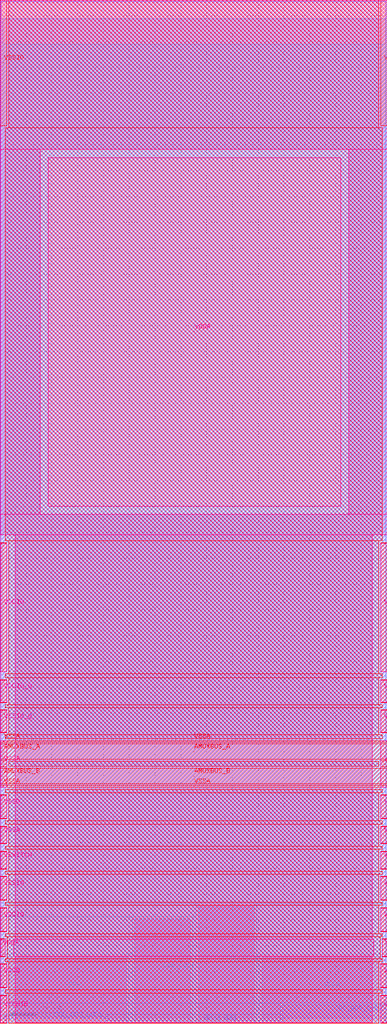
<source format=lef>
VERSION 5.7 ;
  NOWIREEXTENSIONATPIN ON ;
  DIVIDERCHAR "/" ;
  BUSBITCHARS "[]" ;
MACRO sky130_ef_io__vdda_lvc_pad
  CLASS PAD POWER ;
  FOREIGN sky130_ef_io__vdda_lvc_pad ;
  ORIGIN 0.000 0.000 ;
  SIZE 75.000 BY 197.965 ;
  PIN AMUXBUS_A
    DIRECTION INOUT ;
    USE SIGNAL ;
    PORT
      LAYER met4 ;
        RECT 0.000 51.090 75.000 54.070 ;
    END
    PORT
      LAYER met4 ;
        RECT 0.000 51.090 1.270 54.070 ;
    END
  END AMUXBUS_A
  PIN AMUXBUS_B
    DIRECTION INOUT ;
    USE SIGNAL ;
    PORT
      LAYER met4 ;
        RECT 0.000 46.330 75.000 49.310 ;
    END
    PORT
      LAYER met4 ;
        RECT 0.000 46.330 1.270 49.310 ;
    END
  END AMUXBUS_B
  PIN DRN_LVC1
    ANTENNADIFFAREA 6.889900 ;
    DIRECTION INOUT ;
    USE POWER ;
    PORT
      LAYER met3 ;
        RECT 26.000 -0.035 36.880 20.185 ;
    END
  END DRN_LVC1
  PIN DRN_LVC2
    ANTENNADIFFAREA 3.870900 ;
    DIRECTION INOUT ;
    USE POWER ;
    PORT
      LAYER met3 ;
        RECT 38.380 -0.035 49.255 22.865 ;
    END
  END DRN_LVC2
  PIN SRC_BDY_LVC1
    DIRECTION INOUT ;
    USE GROUND ;
    PORT
      LAYER met2 ;
        RECT 0.500 -0.035 20.495 1.450 ;
    END
  END SRC_BDY_LVC1
  PIN SRC_BDY_LVC2
    DIRECTION INOUT ;
    USE GROUND ;
    PORT
      LAYER met2 ;
        RECT 54.715 -0.035 74.700 3.625 ;
    END
  END SRC_BDY_LVC2
  PIN BDY2_B2B
    DIRECTION INOUT ;
    USE GROUND ;
    PORT
      LAYER met2 ;
        RECT 34.440 -0.035 44.440 0.290 ;
    END
  END BDY2_B2B
  PIN VSSA
    DIRECTION INOUT ;
    USE GROUND ;
    PORT
      LAYER met5 ;
        RECT 73.730 45.700 75.000 54.700 ;
    END
    PORT
      LAYER met5 ;
        RECT 73.730 34.805 75.000 38.050 ;
    END
    PORT
      LAYER met5 ;
        RECT 0.000 45.700 1.270 54.700 ;
    END
    PORT
      LAYER met5 ;
        RECT 0.000 34.805 1.270 38.050 ;
    END
    PORT
      LAYER met4 ;
        RECT 73.730 49.610 75.000 50.790 ;
    END
    PORT
      LAYER met4 ;
        RECT 0.000 54.370 75.000 54.700 ;
    END
    PORT
      LAYER met4 ;
        RECT 0.000 45.700 75.000 46.030 ;
    END
    PORT
      LAYER met4 ;
        RECT 73.730 34.700 75.000 38.150 ;
    END
    PORT
      LAYER met4 ;
        RECT 0.000 45.700 1.270 46.030 ;
    END
    PORT
      LAYER met4 ;
        RECT 0.000 49.610 1.270 50.790 ;
    END
    PORT
      LAYER met4 ;
        RECT 0.000 54.370 1.270 54.700 ;
    END
    PORT
      LAYER met4 ;
        RECT 0.000 34.700 1.270 38.150 ;
    END
  END VSSA
  PIN VDDA
    DIRECTION INOUT ;
    USE POWER ;
    PORT
      LAYER met3 ;
        RECT 50.755 -0.035 74.700 12.925 ;
    END
    PORT
      LAYER met3 ;
        RECT 0.500 -0.035 24.500 12.925 ;
    END
    PORT
      LAYER met5 ;
        RECT 74.035 13.000 75.000 16.250 ;
    END
    PORT
      LAYER met5 ;
        RECT 0.000 13.000 0.965 16.250 ;
    END
    PORT
      LAYER met4 ;
        RECT 74.035 12.900 75.000 16.350 ;
    END
    PORT
      LAYER met4 ;
        RECT 0.000 12.900 0.965 16.350 ;
    END
    PORT
      LAYER met5 ;
        RECT 9.315 100.105 65.955 167.535 ;
    END
  END VDDA
  PIN VSWITCH
    DIRECTION INOUT ;
    USE POWER ;
    PORT
      LAYER met5 ;
        RECT 73.730 29.950 75.000 33.200 ;
    END
    PORT
      LAYER met5 ;
        RECT 0.000 29.950 1.270 33.200 ;
    END
    PORT
      LAYER met4 ;
        RECT 73.730 29.850 75.000 33.300 ;
    END
    PORT
      LAYER met4 ;
        RECT 0.000 29.850 1.270 33.300 ;
    END
  END VSWITCH
  PIN VDDIO_Q
    DIRECTION INOUT ;
    USE POWER ;
    PORT
      LAYER met5 ;
        RECT 73.730 62.150 75.000 66.400 ;
    END
    PORT
      LAYER met5 ;
        RECT 0.000 62.150 1.270 66.400 ;
    END
    PORT
      LAYER met4 ;
        RECT 73.730 62.050 75.000 66.500 ;
    END
    PORT
      LAYER met4 ;
        RECT 0.000 62.050 1.270 66.500 ;
    END
  END VDDIO_Q
  PIN VCCHIB
    DIRECTION INOUT ;
    USE POWER ;
    PORT
      LAYER met5 ;
        RECT 73.730 0.100 75.000 5.350 ;
    END
    PORT
      LAYER met5 ;
        RECT 0.000 0.100 1.270 5.350 ;
    END
    PORT
      LAYER met4 ;
        RECT 73.730 0.000 75.000 5.450 ;
    END
    PORT
      LAYER met4 ;
        RECT 0.000 0.000 1.270 5.450 ;
    END
  END VCCHIB
  PIN VDDIO
    DIRECTION INOUT ;
    USE POWER ;
    PORT
      LAYER met5 ;
        RECT 73.730 68.000 75.000 92.950 ;
    END
    PORT
      LAYER met5 ;
        RECT 73.730 17.850 75.000 22.300 ;
    END
    PORT
      LAYER met5 ;
        RECT 0.000 68.000 1.270 92.950 ;
    END
    PORT
      LAYER met5 ;
        RECT 0.000 17.850 1.270 22.300 ;
    END
    PORT
      LAYER met4 ;
        RECT 73.730 17.750 75.000 22.400 ;
    END
    PORT
      LAYER met4 ;
        RECT 73.730 68.000 75.000 92.965 ;
    END
    PORT
      LAYER met4 ;
        RECT 0.000 17.750 1.270 22.400 ;
    END
    PORT
      LAYER met4 ;
        RECT 0.000 68.000 1.270 92.965 ;
    END
  END VDDIO
  PIN VCCD
    DIRECTION INOUT ;
    USE POWER ;
    PORT
      LAYER met5 ;
        RECT 73.730 6.950 75.000 11.400 ;
    END
    PORT
      LAYER met5 ;
        RECT 0.000 6.950 1.270 11.400 ;
    END
    PORT
      LAYER met4 ;
        RECT 73.730 6.850 75.000 11.500 ;
    END
    PORT
      LAYER met4 ;
        RECT 0.000 6.850 1.270 11.500 ;
    END
  END VCCD
  PIN VSSIO
    DIRECTION INOUT ;
    USE GROUND ;
    PORT
      LAYER met5 ;
        RECT 73.730 23.900 75.000 28.350 ;
    END
    PORT
      LAYER met5 ;
        RECT 0.000 23.900 1.270 28.350 ;
    END
    PORT
      LAYER met4 ;
        RECT 73.730 23.800 75.000 28.450 ;
    END
    PORT
      LAYER met4 ;
        RECT 73.730 173.750 75.000 197.965 ;
    END
    PORT
      LAYER met4 ;
        RECT 0.000 173.750 1.270 197.965 ;
    END
    PORT
      LAYER met4 ;
        RECT 0.000 23.800 1.270 28.450 ;
    END
  END VSSIO
  PIN VSSD
    DIRECTION INOUT ;
    USE GROUND ;
    PORT
      LAYER met5 ;
        RECT 73.730 39.650 75.000 44.100 ;
    END
    PORT
      LAYER met5 ;
        RECT 0.000 39.650 1.270 44.100 ;
    END
    PORT
      LAYER met4 ;
        RECT 73.730 39.550 75.000 44.200 ;
    END
    PORT
      LAYER met4 ;
        RECT 0.000 39.550 1.270 44.200 ;
    END
  END VSSD
  PIN VSSIO_Q
    DIRECTION INOUT ;
    USE GROUND ;
    PORT
      LAYER met5 ;
        RECT 73.730 56.300 75.000 60.550 ;
    END
    PORT
      LAYER met5 ;
        RECT 0.000 56.300 1.270 60.550 ;
    END
    PORT
      LAYER met4 ;
        RECT 73.730 56.200 75.000 60.650 ;
    END
    PORT
      LAYER met4 ;
        RECT 0.000 56.200 1.270 60.650 ;
    END
  END VSSIO_Q
  OBS
      LAYER li1 ;
        RECT 0.240 0.985 74.755 197.745 ;
      LAYER met1 ;
        RECT 0.120 0.000 74.785 197.805 ;
      LAYER met2 ;
        RECT 0.490 3.905 74.700 194.395 ;
        RECT 0.490 1.730 54.435 3.905 ;
        RECT 20.775 0.570 54.435 1.730 ;
        RECT 20.775 0.000 34.160 0.570 ;
        RECT 44.720 0.000 54.435 0.570 ;
      LAYER met3 ;
        RECT 0.490 23.265 74.700 189.480 ;
        RECT 0.490 20.585 37.980 23.265 ;
        RECT 0.490 13.325 25.600 20.585 ;
        RECT 24.900 0.000 25.600 13.325 ;
        RECT 37.280 0.000 37.980 20.585 ;
        RECT 49.655 13.325 74.700 23.265 ;
        RECT 49.655 0.000 50.355 13.325 ;
      LAYER met4 ;
        RECT 1.670 173.350 73.330 197.965 ;
        RECT 0.965 93.365 74.035 173.350 ;
        RECT 1.670 67.600 73.330 93.365 ;
        RECT 0.965 66.900 74.035 67.600 ;
        RECT 1.670 61.650 73.330 66.900 ;
        RECT 0.965 61.050 74.035 61.650 ;
        RECT 1.670 55.800 73.330 61.050 ;
        RECT 0.965 55.100 74.035 55.800 ;
        RECT 1.670 49.710 73.330 50.690 ;
        RECT 0.965 44.600 74.035 45.300 ;
        RECT 1.670 39.150 73.330 44.600 ;
        RECT 0.965 38.550 74.035 39.150 ;
        RECT 1.670 34.300 73.330 38.550 ;
        RECT 0.965 33.700 74.035 34.300 ;
        RECT 1.670 29.450 73.330 33.700 ;
        RECT 0.965 28.850 74.035 29.450 ;
        RECT 1.670 23.400 73.330 28.850 ;
        RECT 0.965 22.800 74.035 23.400 ;
        RECT 1.670 17.350 73.330 22.800 ;
        RECT 0.965 16.750 74.035 17.350 ;
        RECT 1.365 12.500 73.635 16.750 ;
        RECT 0.965 11.900 74.035 12.500 ;
        RECT 1.670 6.450 73.330 11.900 ;
        RECT 0.965 5.850 74.035 6.450 ;
        RECT 1.670 0.000 73.330 5.850 ;
      LAYER met5 ;
        RECT 0.000 169.135 75.000 197.965 ;
        RECT 0.000 98.505 7.715 169.135 ;
        RECT 67.555 98.505 75.000 169.135 ;
        RECT 0.000 94.550 75.000 98.505 ;
        RECT 2.870 16.250 72.130 94.550 ;
        RECT 2.565 13.000 72.435 16.250 ;
        RECT 2.870 0.100 72.130 13.000 ;
  END
END sky130_ef_io__vdda_lvc_pad
END LIBRARY


</source>
